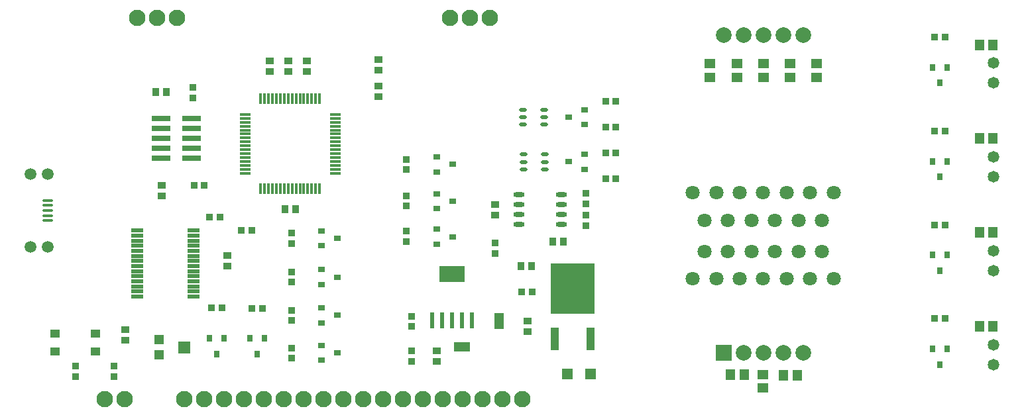
<source format=gbr>
%TF.GenerationSoftware,Altium Limited,Altium Designer,19.0.10 (269)*%
G04 Layer_Color=255*
%FSLAX26Y26*%
%MOIN*%
%TF.FileFunction,Pads,Bot*%
%TF.Part,Single*%
G01*
G75*
%TA.AperFunction,ComponentPad*%
%ADD13C,0.082677*%
%ADD14C,0.070866*%
%ADD15C,0.059055*%
%ADD16C,0.078740*%
%ADD17R,0.078740X0.078740*%
%ADD18C,0.058268*%
%TA.AperFunction,SMDPad,CuDef*%
%ADD20R,0.031496X0.035433*%
%ADD21R,0.033465X0.037402*%
%ADD22R,0.045276X0.053150*%
%ADD23R,0.094488X0.029921*%
%ADD24R,0.064961X0.019291*%
%ADD25R,0.011811X0.053150*%
%ADD26R,0.053150X0.011811*%
%ADD27R,0.023622X0.082677*%
%ADD28R,0.125984X0.082677*%
%ADD29O,0.039370X0.019685*%
%ADD30O,0.057087X0.023622*%
%ADD31R,0.080709X0.045276*%
%ADD32R,0.045276X0.080709*%
%ADD33R,0.037402X0.033465*%
%ADD34R,0.059055X0.062992*%
%ADD35R,0.047244X0.047244*%
%ADD36R,0.053150X0.045276*%
%ADD37R,0.039370X0.118110*%
%ADD38R,0.218504X0.251969*%
%ADD39R,0.035433X0.031496*%
%TA.AperFunction,ConnectorPad*%
G04:AMPARAMS|DCode=40|XSize=15.748mil|YSize=51.181mil|CornerRadius=3.937mil|HoleSize=0mil|Usage=FLASHONLY|Rotation=90.000|XOffset=0mil|YOffset=0mil|HoleType=Round|Shape=RoundedRectangle|*
%AMROUNDEDRECTD40*
21,1,0.015748,0.043307,0,0,90.0*
21,1,0.007874,0.051181,0,0,90.0*
1,1,0.007874,0.021654,0.003937*
1,1,0.007874,0.021654,-0.003937*
1,1,0.007874,-0.021654,-0.003937*
1,1,0.007874,-0.021654,0.003937*
%
%ADD40ROUNDEDRECTD40*%
%TA.AperFunction,SMDPad,CuDef*%
%ADD41R,0.051181X0.043307*%
%ADD42R,0.053150X0.057087*%
%ADD43R,0.039370X0.035433*%
%ADD44R,0.035433X0.039370*%
D13*
X2362205Y2015748D02*
D03*
X2262205D02*
D03*
X2162205D02*
D03*
X590551D02*
D03*
X690551D02*
D03*
X790551D02*
D03*
X2526378Y98425D02*
D03*
X2426378D02*
D03*
X2326378D02*
D03*
X2226378D02*
D03*
X2126378D02*
D03*
X2026378D02*
D03*
X1926378D02*
D03*
X1826378D02*
D03*
X1726378D02*
D03*
X1626378D02*
D03*
X1526378D02*
D03*
X1426378D02*
D03*
X1326378D02*
D03*
X1226378D02*
D03*
X1126378D02*
D03*
X1026378D02*
D03*
X926378D02*
D03*
X826378D02*
D03*
X526378D02*
D03*
X426378D02*
D03*
D14*
X3382677Y703307D02*
D03*
X3500787D02*
D03*
X3618898D02*
D03*
X3737008D02*
D03*
X3855118D02*
D03*
X3973228D02*
D03*
X4091339D02*
D03*
X3441732Y841102D02*
D03*
X3559843D02*
D03*
X3677953D02*
D03*
X3796063D02*
D03*
X3914173D02*
D03*
X4032284D02*
D03*
X3441732Y998583D02*
D03*
X3559843D02*
D03*
X3677953D02*
D03*
X3796063D02*
D03*
X3914173D02*
D03*
X4032284D02*
D03*
X3382677Y1136378D02*
D03*
X3500787D02*
D03*
X3618898D02*
D03*
X3737008D02*
D03*
X3855118D02*
D03*
X3973228D02*
D03*
X4091339D02*
D03*
D15*
X139764Y1230315D02*
D03*
X51181Y864173D02*
D03*
X139764D02*
D03*
X51181Y1230315D02*
D03*
D16*
X3540157Y1930433D02*
D03*
X3640157D02*
D03*
X3740157D02*
D03*
X3840157D02*
D03*
X3940157D02*
D03*
Y330433D02*
D03*
X3840157D02*
D03*
X3740157D02*
D03*
X3640157D02*
D03*
D17*
X3540157D02*
D03*
D18*
X4896614Y1788937D02*
D03*
Y1688937D02*
D03*
Y1316496D02*
D03*
Y1216496D02*
D03*
Y844055D02*
D03*
Y744055D02*
D03*
Y371614D02*
D03*
Y271614D02*
D03*
D20*
X4625984Y744055D02*
D03*
X4663386Y822795D02*
D03*
X4588583D02*
D03*
X4625984Y1688937D02*
D03*
X4663386Y1767677D02*
D03*
X4588583D02*
D03*
X4625984Y1216496D02*
D03*
X4663386Y1295236D02*
D03*
X4588583D02*
D03*
X4625984Y271614D02*
D03*
X4663386Y350354D02*
D03*
X4588583D02*
D03*
X989409Y324882D02*
D03*
X1026811Y403622D02*
D03*
X952008D02*
D03*
X1192913Y324882D02*
D03*
X1230315Y403622D02*
D03*
X1155512D02*
D03*
D21*
X4651575Y1920236D02*
D03*
X4600394D02*
D03*
X4651575Y1447795D02*
D03*
X4600394D02*
D03*
X4651575Y975354D02*
D03*
X4600394D02*
D03*
X4651575Y502913D02*
D03*
X4600394D02*
D03*
X926181Y1173228D02*
D03*
X875000D02*
D03*
X953740Y1013779D02*
D03*
X1004921D02*
D03*
X963819Y556181D02*
D03*
X1015000D02*
D03*
X1113189Y945866D02*
D03*
X1164370D02*
D03*
X1167323Y555118D02*
D03*
X1218504D02*
D03*
X2523622Y635827D02*
D03*
X2574803D02*
D03*
X2997047Y1598097D02*
D03*
X2945866D02*
D03*
X2997047Y1467848D02*
D03*
X2945866D02*
D03*
X2997047Y1337598D02*
D03*
X2945866D02*
D03*
X2997047Y1207349D02*
D03*
X2945866D02*
D03*
D22*
X4824803Y937008D02*
D03*
X4893701D02*
D03*
X4824803Y1880637D02*
D03*
X4893701D02*
D03*
X4824803Y1409449D02*
D03*
X4893701D02*
D03*
X4824803Y463583D02*
D03*
X4893701D02*
D03*
X3640748Y219488D02*
D03*
X3571850D02*
D03*
X3839567Y218504D02*
D03*
X3908464D02*
D03*
D23*
X862205Y1509449D02*
D03*
X708662D02*
D03*
X862205Y1459449D02*
D03*
X708662D02*
D03*
X862205Y1409449D02*
D03*
X708662D02*
D03*
X862205Y1359449D02*
D03*
X708662D02*
D03*
X862205Y1309449D02*
D03*
X708662D02*
D03*
D24*
X588583Y613189D02*
D03*
Y638780D02*
D03*
Y664370D02*
D03*
Y689961D02*
D03*
Y715551D02*
D03*
Y741142D02*
D03*
Y766732D02*
D03*
Y792323D02*
D03*
Y817913D02*
D03*
Y843504D02*
D03*
Y869095D02*
D03*
Y894685D02*
D03*
Y920276D02*
D03*
Y945866D02*
D03*
X874016Y613189D02*
D03*
Y638780D02*
D03*
Y664370D02*
D03*
Y689961D02*
D03*
Y715551D02*
D03*
Y741142D02*
D03*
Y766732D02*
D03*
Y792323D02*
D03*
Y817913D02*
D03*
Y843504D02*
D03*
Y869095D02*
D03*
Y894685D02*
D03*
Y920276D02*
D03*
Y945866D02*
D03*
D25*
X1210630Y1609252D02*
D03*
X1230315D02*
D03*
X1250000D02*
D03*
X1269685D02*
D03*
X1289370D02*
D03*
X1309055D02*
D03*
X1328740D02*
D03*
X1348425D02*
D03*
X1368110D02*
D03*
X1387795D02*
D03*
X1407480D02*
D03*
X1427165D02*
D03*
X1446850D02*
D03*
X1466535D02*
D03*
X1486220D02*
D03*
X1505906D02*
D03*
Y1156496D02*
D03*
X1486220D02*
D03*
X1466535D02*
D03*
X1446850D02*
D03*
X1427165D02*
D03*
X1407480D02*
D03*
X1387795D02*
D03*
X1368110D02*
D03*
X1348425D02*
D03*
X1328740D02*
D03*
X1309055D02*
D03*
X1289370D02*
D03*
X1269685D02*
D03*
X1250000D02*
D03*
X1230315D02*
D03*
X1210630D02*
D03*
D26*
X1584646Y1530512D02*
D03*
Y1510827D02*
D03*
Y1491142D02*
D03*
Y1471457D02*
D03*
Y1451772D02*
D03*
Y1432087D02*
D03*
Y1412402D02*
D03*
Y1392717D02*
D03*
Y1373032D02*
D03*
Y1353347D02*
D03*
Y1333661D02*
D03*
Y1313976D02*
D03*
Y1294291D02*
D03*
Y1274606D02*
D03*
Y1254921D02*
D03*
Y1235236D02*
D03*
X1131890D02*
D03*
Y1254921D02*
D03*
Y1274606D02*
D03*
Y1294291D02*
D03*
Y1313976D02*
D03*
Y1333661D02*
D03*
Y1353347D02*
D03*
Y1373032D02*
D03*
Y1392717D02*
D03*
Y1412402D02*
D03*
Y1432087D02*
D03*
Y1451772D02*
D03*
Y1471457D02*
D03*
Y1491142D02*
D03*
Y1510827D02*
D03*
Y1530512D02*
D03*
D27*
X2271260Y493110D02*
D03*
X2221260D02*
D03*
X2171260D02*
D03*
X2121260D02*
D03*
X2071260D02*
D03*
D28*
X2171260Y727362D02*
D03*
D29*
X2635827Y1553937D02*
D03*
Y1516535D02*
D03*
Y1479134D02*
D03*
X2529528Y1553937D02*
D03*
Y1516535D02*
D03*
Y1479134D02*
D03*
X2637795Y1328740D02*
D03*
Y1291339D02*
D03*
Y1253937D02*
D03*
X2531496Y1328740D02*
D03*
Y1291339D02*
D03*
Y1253937D02*
D03*
D30*
X2722441Y1126181D02*
D03*
Y1076181D02*
D03*
Y1026181D02*
D03*
Y976181D02*
D03*
X2507874Y1126181D02*
D03*
Y1076181D02*
D03*
Y1026181D02*
D03*
Y976181D02*
D03*
D31*
X2223425Y359252D02*
D03*
D32*
X2407480Y490158D02*
D03*
D33*
X277559Y262795D02*
D03*
Y211614D02*
D03*
X471457Y262795D02*
D03*
Y211614D02*
D03*
X868110Y1615157D02*
D03*
Y1666339D02*
D03*
X1364173Y737205D02*
D03*
Y686024D02*
D03*
Y544370D02*
D03*
Y493189D02*
D03*
X1364225Y355303D02*
D03*
Y304122D02*
D03*
X1364461Y933182D02*
D03*
Y882001D02*
D03*
X1943898Y1305040D02*
D03*
Y1253859D02*
D03*
X1943898Y1120000D02*
D03*
Y1068819D02*
D03*
Y942835D02*
D03*
Y891654D02*
D03*
X1969488Y514764D02*
D03*
Y463583D02*
D03*
Y339567D02*
D03*
Y288386D02*
D03*
X2389370Y831693D02*
D03*
Y882874D02*
D03*
X2844488Y1132874D02*
D03*
Y1081693D02*
D03*
Y1022638D02*
D03*
Y971457D02*
D03*
D34*
X826772Y358268D02*
D03*
D35*
X698819Y397638D02*
D03*
Y318898D02*
D03*
D36*
X3467520Y1718504D02*
D03*
Y1787402D02*
D03*
X3606299Y1718504D02*
D03*
Y1787402D02*
D03*
X3737010Y221457D02*
D03*
Y152559D02*
D03*
X3740157Y1718504D02*
D03*
Y1787402D02*
D03*
X3873032Y1718504D02*
D03*
Y1787402D02*
D03*
X4004921Y1718504D02*
D03*
Y1787402D02*
D03*
D37*
X2868701Y399606D02*
D03*
X2688386D02*
D03*
D38*
X2778543Y653543D02*
D03*
D39*
X1595472Y711614D02*
D03*
X1516732Y749016D02*
D03*
Y674213D02*
D03*
X1595472Y518779D02*
D03*
X1516732Y556181D02*
D03*
Y481378D02*
D03*
X1595524Y329712D02*
D03*
X1516784Y367114D02*
D03*
Y292311D02*
D03*
X1595760Y907591D02*
D03*
X1517020Y944993D02*
D03*
Y870190D02*
D03*
X2175197Y1279449D02*
D03*
X2096457Y1316851D02*
D03*
Y1242047D02*
D03*
X2175197Y1094410D02*
D03*
X2096457Y1131811D02*
D03*
Y1057008D02*
D03*
X2175197Y915276D02*
D03*
X2096457Y952677D02*
D03*
Y877874D02*
D03*
X2759842Y1517717D02*
D03*
X2838583Y1480315D02*
D03*
Y1555118D02*
D03*
X2759842Y1292323D02*
D03*
X2838583Y1254921D02*
D03*
Y1329725D02*
D03*
D40*
X139764Y1098425D02*
D03*
Y1072834D02*
D03*
Y1047244D02*
D03*
Y1021653D02*
D03*
Y996063D02*
D03*
D41*
X177165Y337598D02*
D03*
Y428150D02*
D03*
X377953Y337598D02*
D03*
Y428150D02*
D03*
D42*
X2751969Y223425D02*
D03*
X2868110D02*
D03*
D43*
X529528Y393150D02*
D03*
Y446299D02*
D03*
X713583Y1120079D02*
D03*
Y1173228D02*
D03*
X1043307Y765748D02*
D03*
Y818898D02*
D03*
X1254921Y1800197D02*
D03*
Y1747047D02*
D03*
X1348918Y1800197D02*
D03*
Y1747047D02*
D03*
X1442914Y1800197D02*
D03*
Y1747047D02*
D03*
X1803150Y1752953D02*
D03*
Y1806102D02*
D03*
Y1672244D02*
D03*
Y1619094D02*
D03*
X2094488Y341535D02*
D03*
Y288386D02*
D03*
X2387795Y1024606D02*
D03*
Y1077756D02*
D03*
X2551181Y436024D02*
D03*
Y489173D02*
D03*
D44*
X735236Y1644685D02*
D03*
X682087D02*
D03*
X1384843Y1054134D02*
D03*
X1331693D02*
D03*
X2518701Y768701D02*
D03*
X2571850D02*
D03*
X2733268Y889764D02*
D03*
X2680118D02*
D03*
%TF.MD5,071bb950d469bdc5c80dc324cbf52f5f*%
M02*

</source>
